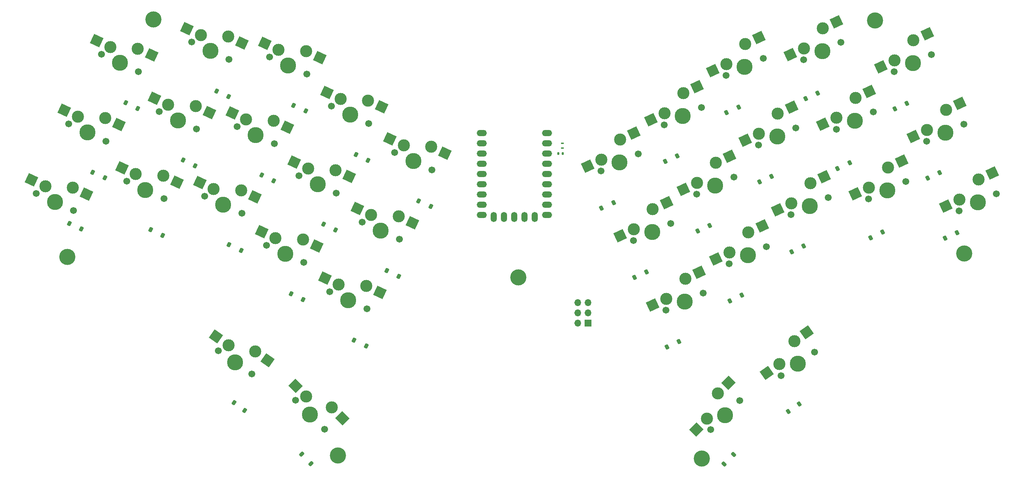
<source format=gbr>
%TF.GenerationSoftware,KiCad,Pcbnew,7.0.1*%
%TF.CreationDate,2023-04-15T18:04:16-04:00*%
%TF.ProjectId,Frigate,46726967-6174-4652-9e6b-696361645f70,rev?*%
%TF.SameCoordinates,Original*%
%TF.FileFunction,Soldermask,Bot*%
%TF.FilePolarity,Negative*%
%FSLAX46Y46*%
G04 Gerber Fmt 4.6, Leading zero omitted, Abs format (unit mm)*
G04 Created by KiCad (PCBNEW 7.0.1) date 2023-04-15 18:04:16*
%MOMM*%
%LPD*%
G01*
G04 APERTURE LIST*
G04 Aperture macros list*
%AMRoundRect*
0 Rectangle with rounded corners*
0 $1 Rounding radius*
0 $2 $3 $4 $5 $6 $7 $8 $9 X,Y pos of 4 corners*
0 Add a 4 corners polygon primitive as box body*
4,1,4,$2,$3,$4,$5,$6,$7,$8,$9,$2,$3,0*
0 Add four circle primitives for the rounded corners*
1,1,$1+$1,$2,$3*
1,1,$1+$1,$4,$5*
1,1,$1+$1,$6,$7*
1,1,$1+$1,$8,$9*
0 Add four rect primitives between the rounded corners*
20,1,$1+$1,$2,$3,$4,$5,0*
20,1,$1+$1,$4,$5,$6,$7,0*
20,1,$1+$1,$6,$7,$8,$9,0*
20,1,$1+$1,$8,$9,$2,$3,0*%
%AMRotRect*
0 Rectangle, with rotation*
0 The origin of the aperture is its center*
0 $1 length*
0 $2 width*
0 $3 Rotation angle, in degrees counterclockwise*
0 Add horizontal line*
21,1,$1,$2,0,0,$3*%
G04 Aperture macros list end*
%ADD10C,0.500000*%
%ADD11C,4.000000*%
%ADD12RotRect,2.550000X2.500000X215.000000*%
%ADD13C,1.701800*%
%ADD14C,3.000000*%
%ADD15C,3.987800*%
%ADD16RotRect,2.550000X2.500000X225.000000*%
%ADD17RotRect,2.550000X2.500000X135.000000*%
%ADD18RotRect,2.550000X2.500000X145.000000*%
%ADD19RotRect,2.550000X2.500000X205.000000*%
%ADD20RotRect,2.550000X2.500000X155.000000*%
%ADD21R,1.700000X1.700000*%
%ADD22O,1.700000X1.700000*%
%ADD23RoundRect,0.225000X0.362401X0.244776X-0.045437X0.434955X-0.362401X-0.244776X0.045437X-0.434955X0*%
%ADD24RoundRect,0.225000X0.045437X0.434955X-0.362401X0.244776X-0.045437X-0.434955X0.362401X-0.244776X0*%
%ADD25RoundRect,0.135000X0.135000X0.185000X-0.135000X0.185000X-0.135000X-0.185000X0.135000X-0.185000X0*%
%ADD26O,2.500000X1.500000*%
%ADD27O,1.500000X2.500000*%
%ADD28R,0.800000X0.400000*%
%ADD29RoundRect,0.225000X0.424264X0.106066X0.106066X0.424264X-0.424264X-0.106066X-0.106066X-0.424264X0*%
%ADD30RoundRect,0.225000X0.399400X0.178127X0.030782X0.436237X-0.399400X-0.178127X-0.030782X-0.436237X0*%
%ADD31RoundRect,0.225000X-0.030782X0.436237X-0.399400X0.178127X0.030782X-0.436237X0.399400X-0.178127X0*%
%ADD32RoundRect,0.225000X-0.106066X0.424264X-0.424264X0.106066X0.106066X-0.424264X0.424264X-0.106066X0*%
G04 APERTURE END LIST*
D10*
%TO.C,M2*%
X254186000Y-106382000D03*
X253746000Y-107442000D03*
X253746000Y-105322000D03*
X252686000Y-107882000D03*
D11*
X252686000Y-106382000D03*
D10*
X252686000Y-104882000D03*
X251626000Y-107442000D03*
X251626000Y-105322000D03*
X251186000Y-106382000D03*
%TD*%
%TO.C,M2*%
X31980000Y-107188000D03*
X31540000Y-108248000D03*
X31540000Y-106128000D03*
X30480000Y-108688000D03*
D11*
X30480000Y-107188000D03*
D10*
X30480000Y-105688000D03*
X29420000Y-108248000D03*
X29420000Y-106128000D03*
X28980000Y-107188000D03*
%TD*%
%TO.C,M2*%
X143740000Y-112268000D03*
X143300000Y-113328000D03*
X143300000Y-111208000D03*
X142240000Y-113768000D03*
D11*
X142240000Y-112268000D03*
D10*
X142240000Y-110768000D03*
X141180000Y-113328000D03*
X141180000Y-111208000D03*
X140740000Y-112268000D03*
%TD*%
%TO.C,M2*%
X53316000Y-48260000D03*
X52876000Y-49320000D03*
X52876000Y-47200000D03*
X51816000Y-49760000D03*
D11*
X51816000Y-48260000D03*
D10*
X51816000Y-46760000D03*
X50756000Y-49320000D03*
X50756000Y-47200000D03*
X50316000Y-48260000D03*
%TD*%
%TO.C,M2*%
X232108000Y-48514000D03*
X231668000Y-49574000D03*
X231668000Y-47454000D03*
X230608000Y-50014000D03*
D11*
X230608000Y-48514000D03*
D10*
X230608000Y-47014000D03*
X229548000Y-49574000D03*
X229548000Y-47454000D03*
X229108000Y-48514000D03*
%TD*%
%TO.C,M2*%
X189206000Y-157226000D03*
X188766000Y-158286000D03*
X188766000Y-156166000D03*
X187706000Y-158726000D03*
D11*
X187706000Y-157226000D03*
D10*
X187706000Y-155726000D03*
X186646000Y-158286000D03*
X186646000Y-156166000D03*
X186206000Y-157226000D03*
%TD*%
D11*
%TO.C,M2*%
X97536000Y-156464000D03*
D10*
X96036000Y-156464000D03*
X99036000Y-156464000D03*
X97536000Y-157964000D03*
X97536000Y-154964000D03*
X96476000Y-157524000D03*
X98596000Y-157524000D03*
X98596000Y-155404000D03*
X96476000Y-155404000D03*
%TD*%
D12*
%TO.C,SW34*%
X203783012Y-135955554D03*
X213671384Y-125930874D03*
D13*
X207271394Y-136613730D03*
D14*
X206854833Y-133804642D03*
D15*
X211432686Y-133699962D03*
D14*
X210599564Y-128081785D03*
D13*
X215593978Y-130786194D03*
%TD*%
D16*
%TO.C,SW33*%
X186296731Y-149988624D03*
X194294108Y-138399144D03*
D13*
X189846407Y-150031050D03*
D14*
X188948381Y-147336974D03*
D15*
X193438509Y-146438948D03*
D14*
X191642458Y-141050794D03*
D13*
X197030611Y-142846846D03*
%TD*%
D17*
%TO.C,SW32*%
X87011435Y-139198399D03*
X98600915Y-147195776D03*
D13*
X86969009Y-142748075D03*
D14*
X89663085Y-141850049D03*
D15*
X90561111Y-146340177D03*
D14*
X95949265Y-144544126D03*
D13*
X94153213Y-149932279D03*
%TD*%
D18*
%TO.C,SW31*%
X67295366Y-126936952D03*
X80097506Y-132800339D03*
D13*
X67869979Y-130440068D03*
D14*
X70367186Y-129087864D03*
D15*
X72031271Y-133353836D03*
D14*
X77025685Y-130649428D03*
D13*
X76192563Y-136267604D03*
%TD*%
D19*
%TO.C,SW30*%
X248132629Y-94530838D03*
X259611541Y-86375554D03*
D13*
X251453722Y-95784767D03*
D14*
X251531283Y-92946020D03*
D15*
X256057766Y-93637866D03*
D14*
X256212887Y-87960372D03*
D13*
X260661810Y-91490965D03*
%TD*%
D19*
%TO.C,SW29*%
X225690434Y-91543422D03*
X237169346Y-83388138D03*
D13*
X229011527Y-92797351D03*
D14*
X229089088Y-89958604D03*
D15*
X233615571Y-90650450D03*
D14*
X233770692Y-84972956D03*
D13*
X238219615Y-88503549D03*
%TD*%
D19*
%TO.C,SW28*%
X206468589Y-95462072D03*
X217947501Y-87306788D03*
D13*
X209789682Y-96716001D03*
D14*
X209867243Y-93877254D03*
D15*
X214393726Y-94569100D03*
D14*
X214548847Y-88891606D03*
D13*
X218997770Y-92422199D03*
%TD*%
D19*
%TO.C,SW27*%
X191135637Y-107656589D03*
X202614549Y-99501305D03*
D13*
X194456730Y-108910518D03*
D14*
X194534291Y-106071771D03*
D15*
X199060774Y-106763617D03*
D14*
X199215895Y-101086123D03*
D13*
X203664818Y-104616716D03*
%TD*%
D19*
%TO.C,SW26*%
X175480649Y-119160499D03*
X186959561Y-111005215D03*
D13*
X178801742Y-120414428D03*
D14*
X178879303Y-117575681D03*
D15*
X183405786Y-118267527D03*
D14*
X183560907Y-112590033D03*
D13*
X188009830Y-116120626D03*
%TD*%
D20*
%TO.C,SW25*%
X94300875Y-112441910D03*
X107926688Y-115993151D03*
D13*
X95475067Y-115792025D03*
D14*
X97699529Y-114026729D03*
D15*
X100079111Y-117938926D03*
D14*
X104528034Y-114408333D03*
D13*
X104683155Y-120085827D03*
%TD*%
D20*
%TO.C,SW24*%
X78645887Y-100937999D03*
X92271700Y-104489240D03*
D13*
X79820079Y-104288114D03*
D14*
X82044541Y-102522818D03*
D15*
X84424123Y-106435015D03*
D14*
X88873046Y-102904422D03*
D13*
X89028167Y-108581916D03*
%TD*%
D20*
%TO.C,SW23*%
X63312934Y-88743482D03*
X76938747Y-92294723D03*
D13*
X64487126Y-92093597D03*
D14*
X66711588Y-90328301D03*
D15*
X69091170Y-94240498D03*
D14*
X73540093Y-90709905D03*
D13*
X73695214Y-96387399D03*
%TD*%
D20*
%TO.C,SW22*%
X44008215Y-85066446D03*
X57634028Y-88617687D03*
D13*
X45182407Y-88416561D03*
D14*
X47406869Y-86651265D03*
D15*
X49786451Y-90563462D03*
D14*
X54235374Y-87032869D03*
D13*
X54390495Y-92710363D03*
%TD*%
D20*
%TO.C,SW21*%
X21590490Y-88065273D03*
X35216303Y-91616514D03*
D13*
X22764682Y-91415388D03*
D14*
X24989144Y-89650092D03*
D15*
X27368726Y-93562289D03*
D14*
X31817649Y-90031696D03*
D13*
X31972770Y-95709190D03*
%TD*%
D19*
%TO.C,SW20*%
X240081751Y-77265675D03*
X251560663Y-69110391D03*
D13*
X243402844Y-78519604D03*
D14*
X243480405Y-75680857D03*
D15*
X248006888Y-76372703D03*
D14*
X248162009Y-70695209D03*
D13*
X252610932Y-74225802D03*
%TD*%
D19*
%TO.C,SW19*%
X217664026Y-74266848D03*
X229142938Y-66111564D03*
D13*
X220985119Y-75520777D03*
D14*
X221062680Y-72682030D03*
D15*
X225589163Y-73373876D03*
D14*
X225744284Y-67696382D03*
D13*
X230193207Y-71226975D03*
%TD*%
D19*
%TO.C,SW18*%
X198417711Y-78196908D03*
X209896623Y-70041624D03*
D13*
X201738804Y-79450837D03*
D14*
X201816365Y-76612090D03*
D15*
X206342848Y-77303936D03*
D14*
X206497969Y-71626442D03*
D13*
X210946892Y-75157035D03*
%TD*%
D19*
%TO.C,SW17*%
X183084759Y-90391426D03*
X194563671Y-82236142D03*
D13*
X186405852Y-91645355D03*
D14*
X186483413Y-88806608D03*
D15*
X191009896Y-89498454D03*
D14*
X191165017Y-83820960D03*
D13*
X195613940Y-87351553D03*
%TD*%
D19*
%TO.C,SW16*%
X167429771Y-101895336D03*
X178908683Y-93740052D03*
D13*
X170750864Y-103149265D03*
D14*
X170828425Y-100310518D03*
D15*
X175354908Y-101002364D03*
D14*
X175510029Y-95324870D03*
D13*
X179958952Y-98855463D03*
%TD*%
D20*
%TO.C,SW15*%
X102327282Y-95165336D03*
X115953095Y-98716577D03*
D13*
X103501474Y-98515451D03*
D14*
X105725936Y-96750155D03*
D15*
X108105518Y-100662352D03*
D14*
X112554441Y-97131759D03*
D13*
X112709562Y-102809253D03*
%TD*%
D20*
%TO.C,SW14*%
X86696765Y-83672836D03*
X100322578Y-87224077D03*
D13*
X87870957Y-87022951D03*
D14*
X90095419Y-85257655D03*
D15*
X92475001Y-89169852D03*
D14*
X96923924Y-85639259D03*
D13*
X97079045Y-91316753D03*
%TD*%
D20*
%TO.C,SW13*%
X71339342Y-71466908D03*
X84965155Y-75018149D03*
D13*
X72513534Y-74817023D03*
D14*
X74737996Y-73051727D03*
D15*
X77117578Y-76963924D03*
D14*
X81566501Y-73433331D03*
D13*
X81721622Y-79110825D03*
%TD*%
D20*
%TO.C,SW12*%
X52059093Y-67801283D03*
X65684906Y-71352524D03*
D13*
X53233285Y-71151398D03*
D14*
X55457747Y-69386102D03*
D15*
X57837329Y-73298299D03*
D14*
X62286252Y-69767706D03*
D13*
X62441373Y-75445200D03*
%TD*%
D20*
%TO.C,SW11*%
X29641368Y-70800109D03*
X43267181Y-74351350D03*
D13*
X30815560Y-74150224D03*
D14*
X33040022Y-72384928D03*
D15*
X35419604Y-76297125D03*
D14*
X39868527Y-72766532D03*
D13*
X40023648Y-78444026D03*
%TD*%
D19*
%TO.C,SW10*%
X232030873Y-60000512D03*
X243509785Y-51845228D03*
D13*
X235351966Y-61254441D03*
D14*
X235429527Y-58415694D03*
D15*
X239956010Y-59107540D03*
D14*
X240111131Y-53430046D03*
D13*
X244560054Y-56960639D03*
%TD*%
D19*
%TO.C,SW9*%
X209588678Y-57013096D03*
X221067590Y-48857812D03*
D13*
X212909771Y-58267025D03*
D14*
X212987332Y-55428278D03*
D15*
X217513815Y-56120124D03*
D14*
X217668936Y-50442630D03*
D13*
X222117859Y-53973223D03*
%TD*%
D19*
%TO.C,SW8*%
X190366834Y-60931745D03*
X201845746Y-52776461D03*
D13*
X193687927Y-62185674D03*
D14*
X193765488Y-59346927D03*
D15*
X198291971Y-60038773D03*
D14*
X198447092Y-54361279D03*
D13*
X202896015Y-57891872D03*
%TD*%
D19*
%TO.C,SW7*%
X175033881Y-73126262D03*
X186512793Y-64970978D03*
D13*
X178354974Y-74380191D03*
D14*
X178432535Y-71541444D03*
D15*
X182959018Y-72233290D03*
D14*
X183114139Y-66555796D03*
D13*
X187563062Y-70086389D03*
%TD*%
D19*
%TO.C,SW6*%
X159378893Y-84630173D03*
X170857805Y-76474889D03*
D13*
X162699986Y-85884102D03*
D14*
X162777547Y-83045355D03*
D15*
X167304030Y-83737201D03*
D14*
X167459151Y-78059707D03*
D13*
X171908074Y-81590300D03*
%TD*%
D20*
%TO.C,SW5*%
X110402631Y-77911583D03*
X124028444Y-81462824D03*
D13*
X111576823Y-81261698D03*
D14*
X113801285Y-79496402D03*
D15*
X116180867Y-83408599D03*
D14*
X120629790Y-79878006D03*
D13*
X120784911Y-85555500D03*
%TD*%
D20*
%TO.C,SW4*%
X94747643Y-66407673D03*
X108373456Y-69958914D03*
D13*
X95921835Y-69757788D03*
D14*
X98146297Y-67992492D03*
D15*
X100525879Y-71904689D03*
D14*
X104974802Y-68374096D03*
D13*
X105129923Y-74051590D03*
%TD*%
D20*
%TO.C,SW3*%
X79390220Y-54201745D03*
X93016033Y-57752986D03*
D13*
X80564412Y-57551860D03*
D14*
X82788874Y-55786564D03*
D15*
X85168456Y-59698761D03*
D14*
X89617379Y-56168168D03*
D13*
X89772500Y-61845662D03*
%TD*%
D20*
%TO.C,SW2*%
X60109971Y-50536119D03*
X73735784Y-54087360D03*
D13*
X61284163Y-53886234D03*
D14*
X63508625Y-52120938D03*
D15*
X65888207Y-56033135D03*
D14*
X70337130Y-52502542D03*
D13*
X70492251Y-58180036D03*
%TD*%
D20*
%TO.C,SW1*%
X37692246Y-53534946D03*
X51318059Y-57086187D03*
D13*
X38866438Y-56885061D03*
D14*
X41090900Y-55119765D03*
D15*
X43470482Y-59031962D03*
D14*
X47919405Y-55501369D03*
D13*
X48074526Y-61178863D03*
%TD*%
D21*
%TO.C,SPI1*%
X159455000Y-123585000D03*
D22*
X156915000Y-123585000D03*
X159455000Y-121045000D03*
X156915000Y-121045000D03*
X159455000Y-118505000D03*
X156915000Y-118505000D03*
%TD*%
D23*
%TO.C,D5*%
X120489825Y-94666413D03*
X117499009Y-93271773D03*
%TD*%
D24*
%TO.C,D9*%
X216374133Y-66506947D03*
X213383317Y-67901587D03*
%TD*%
%TO.C,D27*%
X197563183Y-116710469D03*
X194572367Y-118105109D03*
%TD*%
D23*
%TO.C,D25*%
X104502264Y-129249990D03*
X101511448Y-127855350D03*
%TD*%
%TO.C,D11*%
X39726750Y-87554094D03*
X36735934Y-86159454D03*
%TD*%
D24*
%TO.C,D16*%
X173971512Y-110895966D03*
X170980696Y-112290606D03*
%TD*%
%TO.C,D26*%
X182022390Y-128161130D03*
X179031574Y-129555770D03*
%TD*%
%TO.C,D10*%
X238458419Y-69054392D03*
X235467603Y-70449032D03*
%TD*%
%TO.C,D28*%
X212896135Y-104515952D03*
X209905319Y-105910592D03*
%TD*%
D25*
%TO.C,R1*%
X153166000Y-81534000D03*
X152146000Y-81534000D03*
%TD*%
D26*
%TO.C,U1*%
X133104000Y-76454000D03*
X133104000Y-78994000D03*
X133104000Y-81534000D03*
X133104000Y-84074000D03*
X133104000Y-86614000D03*
X133104000Y-89154000D03*
X133104000Y-91694000D03*
X133104000Y-94234000D03*
X133104000Y-96774000D03*
D27*
X136144000Y-97274000D03*
X138684000Y-97274000D03*
X141224000Y-97274000D03*
X143764000Y-97274000D03*
X146304000Y-97274000D03*
D26*
X149344000Y-96774000D03*
X149344000Y-94234000D03*
X149344000Y-91694000D03*
X149344000Y-89154000D03*
X149344000Y-86614000D03*
X149344000Y-84074000D03*
X149344000Y-81534000D03*
X149344000Y-78994000D03*
X149344000Y-76454000D03*
%TD*%
D23*
%TO.C,D4*%
X104949032Y-83215752D03*
X101958216Y-81821112D03*
%TD*%
%TO.C,D21*%
X33938780Y-100269309D03*
X30947964Y-98874669D03*
%TD*%
D24*
%TO.C,D20*%
X246623492Y-86266305D03*
X243632676Y-87660945D03*
%TD*%
D23*
%TO.C,D3*%
X89500072Y-70967140D03*
X86509256Y-69572500D03*
%TD*%
D28*
%TO.C,U2*%
X153162000Y-80194000D03*
X153162000Y-78994000D03*
%TD*%
D23*
%TO.C,D22*%
X54093597Y-101820430D03*
X51102781Y-100425790D03*
%TD*%
%TO.C,D14*%
X96898154Y-100480916D03*
X93907338Y-99086276D03*
%TD*%
D24*
%TO.C,D19*%
X224310816Y-83825360D03*
X221320000Y-85220000D03*
%TD*%
D23*
%TO.C,D13*%
X81565201Y-88286399D03*
X78574385Y-86891759D03*
%TD*%
%TO.C,D23*%
X73514323Y-105551562D03*
X70523507Y-104156922D03*
%TD*%
%TO.C,D12*%
X62144475Y-84555267D03*
X59153659Y-83160627D03*
%TD*%
D24*
%TO.C,D6*%
X165806439Y-93684053D03*
X162815623Y-95078693D03*
%TD*%
%TO.C,D30*%
X250923408Y-101156680D03*
X247932592Y-102551320D03*
%TD*%
%TO.C,D7*%
X181575622Y-82126892D03*
X178584806Y-83521532D03*
%TD*%
%TO.C,D18*%
X204959452Y-87197539D03*
X201968636Y-88592179D03*
%TD*%
%TO.C,D17*%
X189626499Y-99392056D03*
X186635683Y-100786696D03*
%TD*%
%TO.C,D29*%
X232475889Y-101037274D03*
X229485073Y-102431914D03*
%TD*%
D29*
%TO.C,D32*%
X90848904Y-158481907D03*
X88515452Y-156148455D03*
%TD*%
D23*
%TO.C,D24*%
X88847276Y-117746079D03*
X85856460Y-116351439D03*
%TD*%
%TO.C,D2*%
X70425555Y-67397449D03*
X67434739Y-66002809D03*
%TD*%
%TO.C,D15*%
X112553142Y-111984826D03*
X109562326Y-110590186D03*
%TD*%
D30*
%TO.C,D31*%
X74423081Y-145261131D03*
X71719879Y-143368329D03*
%TD*%
D24*
%TO.C,D8*%
X196794379Y-69985625D03*
X193803563Y-71380265D03*
%TD*%
D23*
%TO.C,D1*%
X47893635Y-70343025D03*
X44902819Y-68948385D03*
%TD*%
D31*
%TO.C,D34*%
X211810429Y-143667995D03*
X209107227Y-145560797D03*
%TD*%
D32*
%TO.C,D33*%
X195522352Y-156209043D03*
X193188900Y-158542495D03*
%TD*%
M02*

</source>
